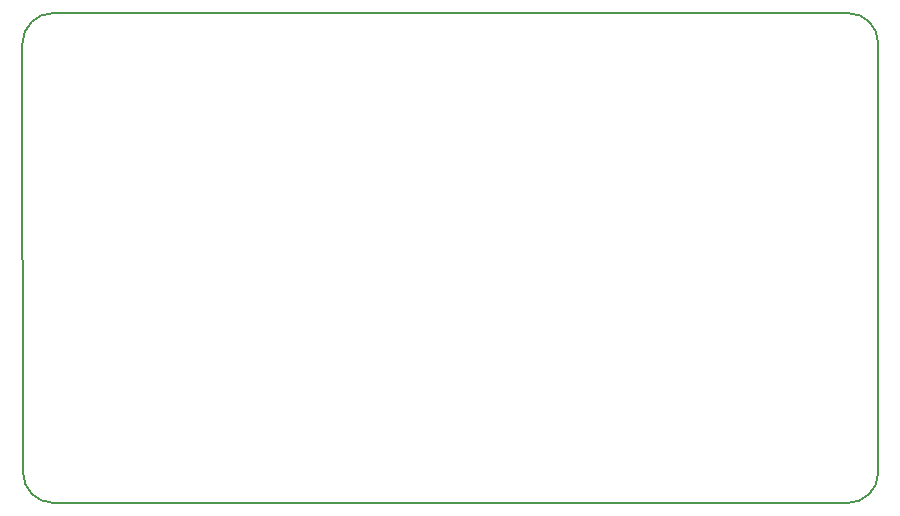
<source format=gbr>
G04 #@! TF.GenerationSoftware,KiCad,Pcbnew,5.0.2+dfsg1-1~bpo9+1*
G04 #@! TF.CreationDate,2018-12-22T15:32:15+00:00*
G04 #@! TF.ProjectId,arduino_controller,61726475-696e-46f5-9f63-6f6e74726f6c,rev?*
G04 #@! TF.SameCoordinates,Original*
G04 #@! TF.FileFunction,Profile,NP*
%FSLAX46Y46*%
G04 Gerber Fmt 4.6, Leading zero omitted, Abs format (unit mm)*
G04 Created by KiCad (PCBNEW 5.0.2+dfsg1-1~bpo9+1) date Sat 22 Dec 2018 15:32:15 GMT*
%MOMM*%
%LPD*%
G01*
G04 APERTURE LIST*
%ADD10C,0.150000*%
G04 APERTURE END LIST*
D10*
X86487000Y-187515500D02*
X86487000Y-151130000D01*
X14033500Y-151193500D02*
X14097000Y-187515500D01*
X14033500Y-151193500D02*
G75*
G02X16637000Y-148590000I2603500J0D01*
G01*
X83947000Y-148590000D02*
G75*
G02X86487000Y-151130000I0J-2540000D01*
G01*
X16637000Y-190055500D02*
X83947000Y-190055500D01*
X16637000Y-190055500D02*
G75*
G02X14097000Y-187515500I0J2540000D01*
G01*
X86487000Y-187515500D02*
G75*
G02X83947000Y-190055500I-2540000J0D01*
G01*
X83947000Y-148590000D02*
X16637000Y-148590000D01*
M02*

</source>
